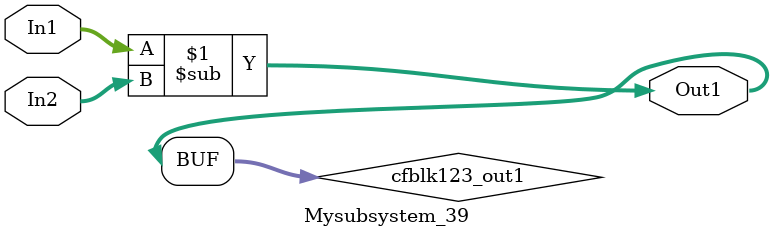
<source format=v>



`timescale 1 ns / 1 ns

module Mysubsystem_39
          (In1,
           In2,
           Out1);


  input   [7:0] In1;  // uint8
  input   [7:0] In2;  // uint8
  output  [7:0] Out1;  // uint8


  wire [7:0] cfblk123_out1;  // uint8


  assign cfblk123_out1 = In1 - In2;



  assign Out1 = cfblk123_out1;

endmodule  // Mysubsystem_39


</source>
